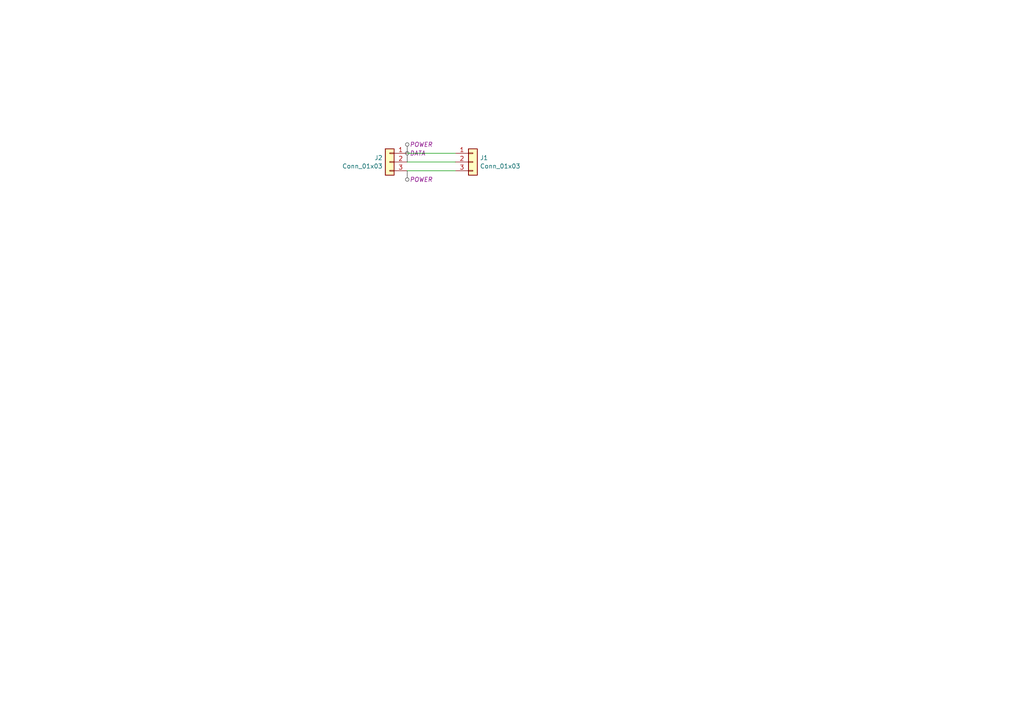
<source format=kicad_sch>
(kicad_sch (version 20231120) (generator "eeschema") (generator_version "8.0")
  (paper "A4")
  (lib_symbols
    (symbol "Connector_Generic:Conn_01x03" (pin_names (offset 1.016) hide)
      (property "Reference" "J" (at 0 5.08 0))
      (property "Value" "Conn_01x03" (at 0 -5.08 0))
      (symbol "Conn_01x03_1_1"
        (rectangle (start -1.27 -2.413) (end 0 -2.667) (stroke (width 0.1524)))
        (rectangle (start -1.27 0.127) (end 0 -0.127) (stroke (width 0.1524)))
        (rectangle (start -1.27 2.667) (end 0 2.413) (stroke (width 0.1524)))
        (rectangle (start -1.27 3.81) (end 1.27 -3.81) (stroke (width 0.254)) (fill (type background)))
        (pin passive line (at -5.08 2.54 0) (length 3.81) (name "Pin_1") (number "1"))
        (pin passive line (at -5.08 0 0) (length 3.81) (name "Pin_2") (number "2"))
        (pin passive line (at -5.08 -2.54 0) (length 3.81) (name "Pin_3") (number "3"))
      )
    )
  )
  (wire (pts (xy 118.11 49.53) (xy 132.08 49.53)))
  (wire (pts (xy 118.11 44.45) (xy 132.08 44.45)))
  (wire (pts (xy 118.11 46.99) (xy 132.08 46.99)))
  (netclass_flag "" (length 2.54) (shape round) (at 118.11 44.45 0) (property "Netclass" "POWER" (at 118.8085 41.91 0) (effects (font (italic yes)) (justify left))))
  (netclass_flag "" (length 2.54) (shape round) (at 118.11 49.53 180) (property "Netclass" "POWER" (at 118.8085 52.07 0) (effects (font (italic yes)) (justify left))))
  (netclass_flag "" (length 2.54) (shape round) (at 118.11 46.99 0) (property "Netclass" "DATA" (at 118.8085 44.45 0) (effects (font (italic yes)) (justify left))))
  (symbol (lib_id "Connector_Generic:Conn_01x03") (at 137.16 46.99 0) (unit 1)
    (property "Reference" "J1" (at 139.192 45.7778 0) (effects (justify left)))
    (property "Value" "Conn_01x03" (at 139.192 48.2021 0) (effects (justify left)))
    (property "Footprint" "Library:GND-DATA-5V" (effects (hide yes)))
    (property "Description" "Generic connector, single row, 01x03, script generated (kicad-library-utils/schlib/autogen/connector/)" (effects (hide yes)))
  )
  (symbol (lib_id "Connector_Generic:Conn_01x03") (at 113.03 46.99 0) (mirror y) (unit 1)
    (property "Reference" "J2" (at 110.998 45.7778 0) (effects (justify left)))
    (property "Value" "Conn_01x03" (at 110.998 48.2021 0) (effects (justify left)))
    (property "Footprint" "Library:GND-DATA-5V" (effects (hide yes)))
    (property "Description" "Generic connector, single row, 01x03, script generated (kicad-library-utils/schlib/autogen/connector/)" (effects (hide yes)))
  )
)
</source>
